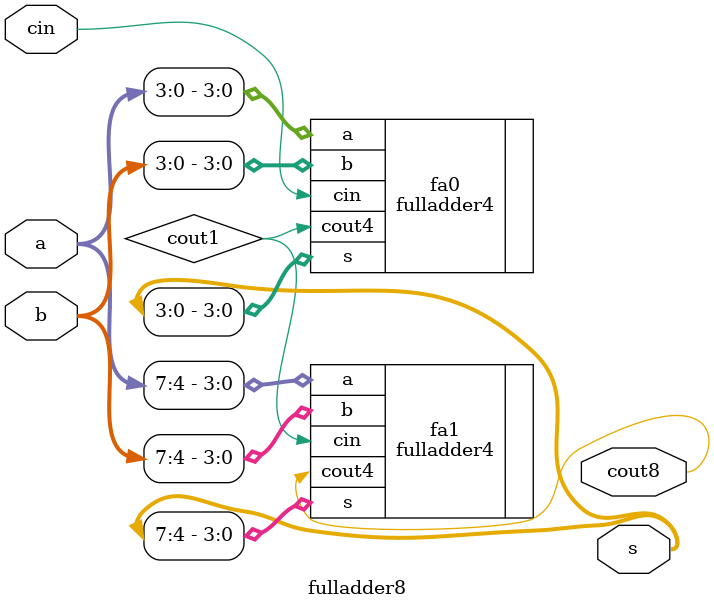
<source format=v>
`timescale 1ns/1ps

module fulladder8 (
    input [7:0] a,
    input [7:0] b,
    input cin,
    output [7:0] s,
    output cout8
);
    wire cout1;
    fulladder4 fa0(.a(a[3:0]), .b(b[3:0]), .cin(cin), .s(s[3:0]), .cout4(cout1));
    fulladder4 fa1(.a(a[7:4]), .b(b[7:4]), .cin(cout1), .s(s[7:4]), .cout4(cout8));
endmodule

</source>
